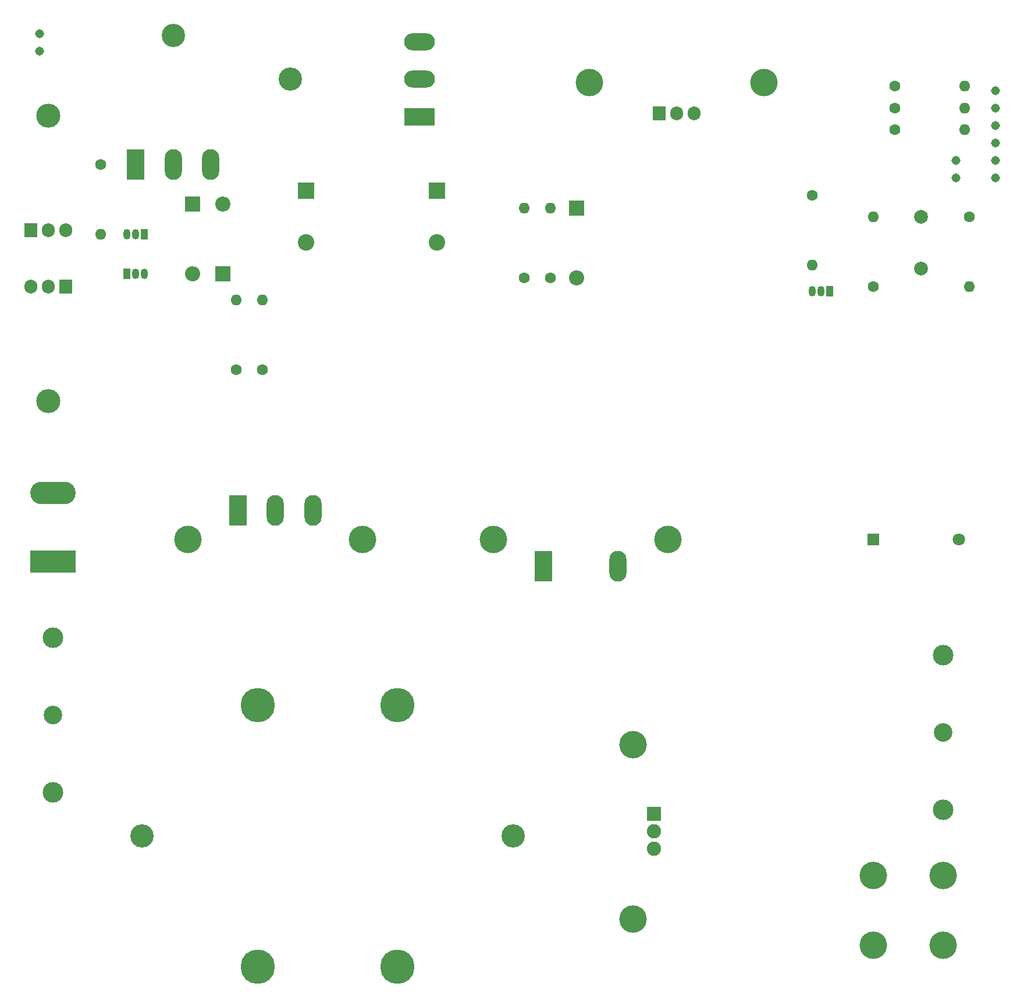
<source format=gbr>
%TF.GenerationSoftware,KiCad,Pcbnew,(5.1.7)-1*%
%TF.CreationDate,2020-10-24T22:07:25+02:00*%
%TF.ProjectId,dcconverter,6463636f-6e76-4657-9274-65722e6b6963,rev?*%
%TF.SameCoordinates,Original*%
%TF.FileFunction,Soldermask,Top*%
%TF.FilePolarity,Negative*%
%FSLAX46Y46*%
G04 Gerber Fmt 4.6, Leading zero omitted, Abs format (unit mm)*
G04 Created by KiCad (PCBNEW (5.1.7)-1) date 2020-10-24 22:07:25*
%MOMM*%
%LPD*%
G01*
G04 APERTURE LIST*
%ADD10C,3.400000*%
%ADD11C,5.000000*%
%ADD12C,2.400000*%
%ADD13R,2.400000X2.400000*%
%ADD14C,4.000000*%
%ADD15O,1.905000X2.000000*%
%ADD16R,1.905000X2.000000*%
%ADD17O,3.500000X3.500000*%
%ADD18C,1.310000*%
%ADD19R,1.800000X1.800000*%
%ADD20C,1.800000*%
%ADD21C,2.000000*%
%ADD22R,2.500000X4.500000*%
%ADD23O,2.500000X4.500000*%
%ADD24R,2.200000X2.200000*%
%ADD25O,2.200000X2.200000*%
%ADD26C,2.700000*%
%ADD27C,3.000000*%
%ADD28R,6.600000X3.300000*%
%ADD29O,6.600000X3.300000*%
%ADD30R,2.085000X2.085000*%
%ADD31C,2.085000*%
%ADD32O,3.400000X3.400000*%
%ADD33R,4.500000X2.500000*%
%ADD34O,4.500000X2.500000*%
%ADD35R,1.050000X1.500000*%
%ADD36O,1.050000X1.500000*%
%ADD37C,1.600000*%
%ADD38O,1.600000X1.600000*%
G04 APERTURE END LIST*
D10*
%TO.C,L1*%
X39040000Y-142875000D03*
X93040000Y-142875000D03*
D11*
X55880000Y-123825000D03*
X55880000Y-161925000D03*
X76200000Y-123825000D03*
X76200000Y-161925000D03*
%TD*%
D12*
%TO.C,C4*%
X62865000Y-56395000D03*
D13*
X62865000Y-48895000D03*
%TD*%
D12*
%TO.C,C3*%
X81915000Y-56395000D03*
D13*
X81915000Y-48895000D03*
%TD*%
D14*
%TO.C,HS-Q1*%
X45720000Y-99695000D03*
X71120000Y-99695000D03*
%TD*%
D15*
%TO.C,Q8*%
X22860000Y-62865000D03*
X25400000Y-62865000D03*
D16*
X27940000Y-62865000D03*
D17*
X25400000Y-79525000D03*
%TD*%
D18*
%TO.C,J5*%
X157480000Y-44450000D03*
X157480000Y-46990000D03*
%TD*%
%TO.C,J4*%
X24130000Y-26035000D03*
X24130000Y-28575000D03*
%TD*%
D19*
%TO.C,C1*%
X145415000Y-99695000D03*
D20*
X157915000Y-99695000D03*
%TD*%
D21*
%TO.C,C2*%
X152400000Y-52705000D03*
X152400000Y-60205000D03*
%TD*%
D22*
%TO.C,D1*%
X97400000Y-103555000D03*
D23*
X108300000Y-103555000D03*
%TD*%
D24*
%TO.C,D2*%
X102235000Y-51435000D03*
D25*
X102235000Y-61595000D03*
%TD*%
D24*
%TO.C,D3*%
X50800000Y-60960000D03*
D25*
X50800000Y-50800000D03*
%TD*%
%TO.C,D4*%
X46355000Y-60960000D03*
D24*
X46355000Y-50800000D03*
%TD*%
D26*
%TO.C,F1*%
X26035000Y-125275000D03*
D27*
X26035000Y-114025000D03*
X26035000Y-136525000D03*
%TD*%
%TO.C,F2*%
X155575000Y-139065000D03*
X155575000Y-116565000D03*
D26*
X155575000Y-127815000D03*
%TD*%
D14*
%TO.C,HS-D1*%
X90170000Y-99695000D03*
X115570000Y-99695000D03*
%TD*%
%TO.C,HS-IC1*%
X129515001Y-33090001D03*
X104115001Y-33090001D03*
%TD*%
%TO.C,HS-Q2*%
X110490000Y-154940000D03*
X110490000Y-129540000D03*
%TD*%
D16*
%TO.C,IC1*%
X114300000Y-37600000D03*
D15*
X116840000Y-37600000D03*
X119380000Y-37600000D03*
%TD*%
D28*
%TO.C,J1*%
X26035000Y-102870000D03*
D29*
X26035000Y-92870000D03*
%TD*%
D18*
%TO.C,J2*%
X163195000Y-46990000D03*
X163195000Y-44450000D03*
X163195000Y-41910000D03*
X163195000Y-39370000D03*
X163195000Y-36830000D03*
X163195000Y-34290000D03*
%TD*%
D14*
%TO.C,J3*%
X145415000Y-148590000D03*
X155575000Y-148590000D03*
X155575000Y-158750000D03*
X145415000Y-158750000D03*
%TD*%
D22*
%TO.C,Q1*%
X52990000Y-95485000D03*
D23*
X58440000Y-95485000D03*
X63890000Y-95485000D03*
%TD*%
D30*
%TO.C,Q2*%
X113560000Y-139640000D03*
D31*
X113560000Y-142180000D03*
X113560000Y-144720000D03*
%TD*%
D32*
%TO.C,Q3*%
X60575000Y-32650000D03*
D33*
X79375000Y-38100000D03*
D34*
X79375000Y-32650000D03*
X79375000Y-27200000D03*
%TD*%
D23*
%TO.C,Q4*%
X49000000Y-45085000D03*
X43550000Y-45085000D03*
D22*
X38100000Y-45085000D03*
D32*
X43550000Y-26285000D03*
%TD*%
D35*
%TO.C,Q5*%
X39370000Y-55245000D03*
D36*
X36830000Y-55245000D03*
X38100000Y-55245000D03*
%TD*%
%TO.C,Q6*%
X38100000Y-60960000D03*
X39370000Y-60960000D03*
D35*
X36830000Y-60960000D03*
%TD*%
D17*
%TO.C,Q7*%
X25400000Y-37950000D03*
D16*
X22860000Y-54610000D03*
D15*
X25400000Y-54610000D03*
X27940000Y-54610000D03*
%TD*%
D36*
%TO.C,Q10*%
X137795000Y-63500000D03*
X136525000Y-63500000D03*
D35*
X139065000Y-63500000D03*
%TD*%
D37*
%TO.C,R1*%
X145415000Y-62865000D03*
D38*
X145415000Y-52705000D03*
%TD*%
%TO.C,R2*%
X159385000Y-62865000D03*
D37*
X159385000Y-52705000D03*
%TD*%
D38*
%TO.C,R3*%
X98425000Y-51435000D03*
D37*
X98425000Y-61595000D03*
%TD*%
%TO.C,R4*%
X94615000Y-61595000D03*
D38*
X94615000Y-51435000D03*
%TD*%
D37*
%TO.C,R5*%
X56515000Y-74930000D03*
D38*
X56515000Y-64770000D03*
%TD*%
%TO.C,R6*%
X52705000Y-64770000D03*
D37*
X52705000Y-74930000D03*
%TD*%
%TO.C,R7*%
X148590000Y-40005000D03*
D38*
X158750000Y-40005000D03*
%TD*%
%TO.C,R8*%
X158750000Y-36830000D03*
D37*
X148590000Y-36830000D03*
%TD*%
%TO.C,R9*%
X33020000Y-45085000D03*
D38*
X33020000Y-55245000D03*
%TD*%
%TO.C,R10*%
X136525000Y-59690000D03*
D37*
X136525000Y-49530000D03*
%TD*%
%TO.C,R11*%
X148590000Y-33655000D03*
D38*
X158750000Y-33655000D03*
%TD*%
M02*

</source>
